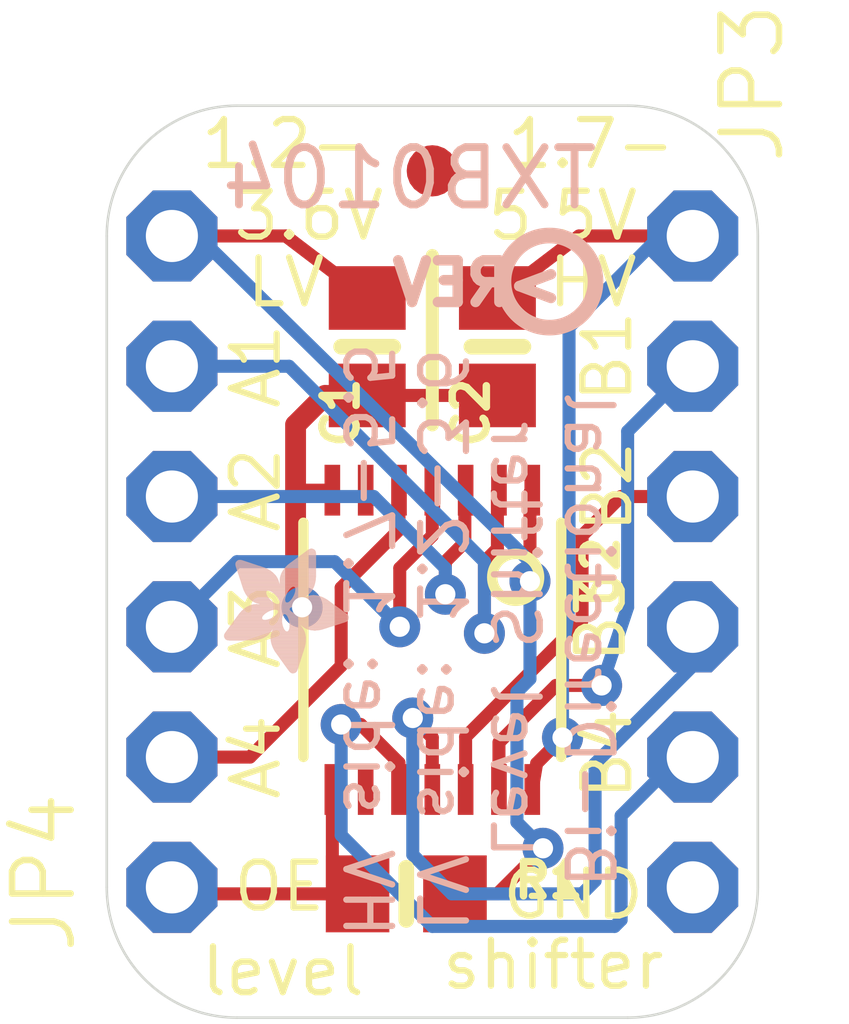
<source format=kicad_pcb>
(kicad_pcb (version 20211014) (generator pcbnew)
  (layers (0 "F.Cu" signal) (1 "In1.Cu" signal) (2 "In2.Cu" signal) (3 "In3.Cu" signal) (4 "In4.Cu" signal) (5 "In5.Cu" signal) (6 "In6.Cu" signal) (7 "In7.Cu" signal) (8 "In8.Cu" signal) (9 "In9.Cu" signal) (10 "In10.Cu" signal) (11 "In11.Cu" signal) (12 "In12.Cu" signal) (13 "In13.Cu" signal) (14 "In14.Cu" signal) (31 "B.Cu" signal) (34 "B.Paste" user) (35 "F.Paste" user) (36 "B.SilkS" user "B.Silkscreen") (37 "F.SilkS" user "F.Silkscreen") (38 "B.Mask" user) (39 "F.Mask" user) (44 "Edge.Cuts" user))
  (net 0 "")
  (net 1 "B4")
  (net 2 "B3")
  (net 3 "B2")
  (net 4 "B1")
  (net 5 "VHIGH")
  (net 6 "VLOW")
  (net 7 "A1")
  (net 8 "A2")
  (net 9 "A3")
  (net 10 "A4")
  (net 11 "OE")
  (net 12 "GND")
  (footprint "boardEagle:0805-NO" (layer "F.Cu") (at 147.9931 111.4806)
    (fp_text reference "R1" (at 2.032 0.127) (layer "F.SilkS") (effects (font (size 0.666496 0.666496) (thickness 0.146304)) (justify left bottom)))
    (fp_text value "10K")
    (pad "1" smd rect (at -0.95 0) (size 1.24 1.5) (layers "F.Cu" "F.Paste" "F.Mask") (net 11 "OE"))
    (pad "2" smd rect (at 0.95 0) (size 1.24 1.5) (layers "F.Cu" "F.Paste" "F.Mask") (net 6 "VLOW"))
  )
  (footprint "boardEagle:TSSOP14" (layer "F.Cu") (at 148.5011 106.5276 180)
    (fp_text reference "U2" (at -2.8956 2.0828 270) (layer "F.SilkS") (effects (font (size 0.666496 0.666496) (thickness 0.146304)) (justify right top)))
    (fp_text value "")
    (pad "1" smd rect (at -1.95 2.9178 180) (size 0.3048 0.9906) (layers "F.Cu" "F.Paste" "F.Mask") (net 6 "VLOW"))
    (pad "2" smd rect (at -1.3 2.9178 180) (size 0.3048 0.9906) (layers "F.Cu" "F.Paste" "F.Mask") (net 7 "A1"))
    (pad "3" smd rect (at -0.65 2.9178 180) (size 0.3048 0.9906) (layers "F.Cu" "F.Paste" "F.Mask") (net 8 "A2"))
    (pad "4" smd rect (at 0 2.9178 180) (size 0.3048 0.9906) (layers "F.Cu" "F.Paste" "F.Mask") (net 9 "A3"))
    (pad "5" smd rect (at 0.65 2.9178 180) (size 0.3048 0.9906) (layers "F.Cu" "F.Paste" "F.Mask") (net 10 "A4"))
    (pad "6" smd rect (at 1.3 2.9178 180) (size 0.3048 0.9906) (layers "F.Cu" "F.Paste" "F.Mask"))
    (pad "7" smd rect (at 1.95 2.9178 180) (size 0.3048 0.9906) (layers "F.Cu" "F.Paste" "F.Mask") (net 12 "GND"))
    (pad "8" smd rect (at 1.95 -2.9178 180) (size 0.3048 0.9906) (layers "F.Cu" "F.Paste" "F.Mask") (net 11 "OE"))
    (pad "9" smd rect (at 1.3 -2.9178 180) (size 0.3048 0.9906) (layers "F.Cu" "F.Paste" "F.Mask"))
    (pad "10" smd rect (at 0.65 -2.9178 180) (size 0.3048 0.9906) (layers "F.Cu" "F.Paste" "F.Mask") (net 1 "B4"))
    (pad "11" smd rect (at 0 -2.9178 180) (size 0.3048 0.9906) (layers "F.Cu" "F.Paste" "F.Mask") (net 2 "B3"))
    (pad "12" smd rect (at -0.65 -2.9178 180) (size 0.3048 0.9906) (layers "F.Cu" "F.Paste" "F.Mask") (net 3 "B2"))
    (pad "13" smd rect (at -1.3 -2.9178 180) (size 0.3048 0.9906) (layers "F.Cu" "F.Paste" "F.Mask") (net 4 "B1"))
    (pad "14" smd rect (at -1.95 -2.9178 180) (size 0.3048 0.9906) (layers "F.Cu" "F.Paste" "F.Mask") (net 5 "VHIGH"))
  )
  (footprint "boardEagle:0805-NO" (layer "F.Cu") (at 149.7711 100.8126 -90)
    (fp_text reference "C2" (at 2.032 0.127 -90) (layer "F.SilkS") (effects (font (size 0.666496 0.666496) (thickness 0.146304)) (justify left bottom)))
    (fp_text value "0.1uF")
    (pad "1" smd rect (at -0.95 0 270) (size 1.24 1.5) (layers "F.Cu" "F.Paste" "F.Mask") (net 5 "VHIGH"))
    (pad "2" smd rect (at 0.95 0 270) (size 1.24 1.5) (layers "F.Cu" "F.Paste" "F.Mask") (net 12 "GND"))
  )
  (footprint "boardEagle:1X06-CLEANBIG" (layer "F.Cu") (at 153.5811 105.0036 -90)
    (fp_text reference "JP3" (at -7.6962 -1.8288 -90) (layer "F.SilkS") (effects (font (size 1.143 1.143) (thickness 0.127)) (justify left bottom)))
    (fp_text value "")
    (pad "1" thru_hole roundrect (at -6.35 0) (size 1.778 1.778) (drill 1.016) (layers *.Cu *.Mask) (chamfer_ratio 0.2928932188) (chamfer top_left top_right bottom_left bottom_right) (net 5 "VHIGH"))
    (pad "2" thru_hole roundrect (at -3.81 0) (size 1.778 1.778) (drill 1.016) (layers *.Cu *.Mask) (chamfer_ratio 0.2928932188) (chamfer top_left top_right bottom_left bottom_right) (net 4 "B1"))
    (pad "3" thru_hole roundrect (at -1.27 0) (size 1.778 1.778) (drill 1.016) (layers *.Cu *.Mask) (chamfer_ratio 0.2928932188) (chamfer top_left top_right bottom_left bottom_right) (net 3 "B2"))
    (pad "4" thru_hole roundrect (at 1.27 0) (size 1.778 1.778) (drill 1.016) (layers *.Cu *.Mask) (chamfer_ratio 0.2928932188) (chamfer top_left top_right bottom_left bottom_right) (net 2 "B3"))
    (pad "5" thru_hole roundrect (at 3.81 0) (size 1.778 1.778) (drill 1.016) (layers *.Cu *.Mask) (chamfer_ratio 0.2928932188) (chamfer top_left top_right bottom_left bottom_right) (net 1 "B4"))
    (pad "6" thru_hole roundrect (at 6.35 0) (size 1.778 1.778) (drill 1.016) (layers *.Cu *.Mask) (chamfer_ratio 0.2928932188) (chamfer top_left top_right bottom_left bottom_right) (net 12 "GND"))
  )
  (footprint "boardEagle:0805-NO" (layer "F.Cu") (at 147.2311 100.8126 -90)
    (fp_text reference "C1" (at 2.032 0.127 -90) (layer "F.SilkS") (effects (font (size 0.666496 0.666496) (thickness 0.146304)) (justify left bottom)))
    (fp_text value "0.1uF")
    (pad "1" smd rect (at -0.95 0 270) (size 1.24 1.5) (layers "F.Cu" "F.Paste" "F.Mask") (net 6 "VLOW"))
    (pad "2" smd rect (at 0.95 0 270) (size 1.24 1.5) (layers "F.Cu" "F.Paste" "F.Mask") (net 12 "GND"))
  )
  (footprint "boardEagle:FIDUCIAL_1MM" (layer "F.Cu") (at 148.5011 97.3836)
    (fp_text reference "U$5" hide)
    (fp_text value "FIDUCIAL_1MM" hide)
    (pad "1" smd roundrect (at 0 0) (size 1 1) (layers "F.Cu" "F.Mask") (roundrect_rratio 0.5))
  )
  (footprint "boardEagle:1X06-CLEANBIG" (layer "F.Cu") (at 143.4211 105.0036 90)
    (fp_text reference "JP4" (at -7.6962 -1.8288 90) (layer "F.SilkS") (effects (font (size 1.143 1.143) (thickness 0.127)) (justify left bottom)))
    (fp_text value "")
    (pad "1" thru_hole roundrect (at -6.35 0 180) (size 1.778 1.778) (drill 1.016) (layers *.Cu *.Mask) (chamfer_ratio 0.2928932188) (chamfer top_left top_right bottom_left bottom_right) (net 11 "OE"))
    (pad "2" thru_hole roundrect (at -3.81 0 180) (size 1.778 1.778) (drill 1.016) (layers *.Cu *.Mask) (chamfer_ratio 0.2928932188) (chamfer top_left top_right bottom_left bottom_right) (net 10 "A4"))
    (pad "3" thru_hole roundrect (at -1.27 0 180) (size 1.778 1.778) (drill 1.016) (layers *.Cu *.Mask) (chamfer_ratio 0.2928932188) (chamfer top_left top_right bottom_left bottom_right) (net 9 "A3"))
    (pad "4" thru_hole roundrect (at 1.27 0 180) (size 1.778 1.778) (drill 1.016) (layers *.Cu *.Mask) (chamfer_ratio 0.2928932188) (chamfer top_left top_right bottom_left bottom_right) (net 8 "A2"))
    (pad "5" thru_hole roundrect (at 3.81 0 180) (size 1.778 1.778) (drill 1.016) (layers *.Cu *.Mask) (chamfer_ratio 0.2928932188) (chamfer top_left top_right bottom_left bottom_right) (net 7 "A1"))
    (pad "6" thru_hole roundrect (at 6.35 0 180) (size 1.778 1.778) (drill 1.016) (layers *.Cu *.Mask) (chamfer_ratio 0.2928932188) (chamfer top_left top_right bottom_left bottom_right) (net 6 "VLOW"))
  )
  (footprint "boardEagle:PCBFEAT-REV-040" (layer "B.Cu") (at 150.7871 99.5426 180)
    (fp_text reference "U$7" hide)
    (fp_text value "" hide)
    (fp_text user ">REV" (at -0.3556 -0.508) (layer "B.SilkS") (effects (font (size 0.8128 0.8128) (thickness 0.2032)) (justify left bottom mirror)))
  )
  (footprint "boardEagle:ADAFRUIT_2.5MM" (layer "B.Cu") (at 144.4371 104.7496)
    (fp_text reference "U$4" hide)
    (fp_text value "" hide)
  )
  (gr_line (start 148.5011 99.0346) (end 148.5011 102.3366) (layer "F.SilkS") (width 0.254))
  (gr_arc (start 152.3111 96.1136) (mid 154.107151 96.857549) (end 154.8511 98.6536) (layer "Edge.Cuts") (width 0.05))
  (gr_arc (start 144.6911 113.8936) (mid 142.895049 113.149651) (end 142.1511 111.3536) (layer "Edge.Cuts") (width 0.05))
  (gr_line (start 142.1511 98.6536) (end 142.1511 111.3536) (layer "Edge.Cuts") (width 0.05))
  (gr_line (start 152.3111 96.1136) (end 144.6911 96.1136) (layer "Edge.Cuts") (width 0.05))
  (gr_arc (start 154.8511 111.3536) (mid 154.107151 113.149651) (end 152.3111 113.8936) (layer "Edge.Cuts") (width 0.05))
  (gr_arc (start 142.1511 98.6536) (mid 142.895049 96.857549) (end 144.6911 96.1136) (layer "Edge.Cuts") (width 0.05))
  (gr_line (start 144.6911 113.8936) (end 152.3111 113.8936) (layer "Edge.Cuts") (width 0.05))
  (gr_line (start 154.8511 111.3536) (end 154.8511 98.6536) (layer "Edge.Cuts") (width 0.05))
  (gr_text "TXB0104" (at 144.3101 96.8756) (layer "B.SilkS") (effects (font (size 1.1176 1.1176) (thickness 0.1524)) (justify right top mirror)))
  (gr_text "Bi-Directional\nLevel Shifter\nLV side: 1.2-3.6\nHV side: 1.7-5.5" (at 149.3901 106.5276 -90) (layer "B.SilkS") (effects (font (size 0.89408 0.89408) (thickness 0.12192)) (justify mirror)))
  (gr_text "B3" (at 152.3111 107.0356 90) (layer "F.SilkS") (effects (font (size 0.89408 0.89408) (thickness 0.12192)) (justify left bottom)))
  (gr_text "B4" (at 152.4381 109.7026 90) (layer "F.SilkS") (effects (font (size 0.89408 0.89408) (thickness 0.12192)) (justify left bottom)))
  (gr_text "B2" (at 152.4381 104.4956 90) (layer "F.SilkS") (effects (font (size 0.89408 0.89408) (thickness 0.12192)) (justify left bottom)))
  (gr_text "A1" (at 145.5801 102.0826 90) (layer "F.SilkS") (effects (font (size 0.89408 0.89408) (thickness 0.12192)) (justify left bottom)))
  (gr_text "A3" (at 145.5801 107.1626 90) (layer "F.SilkS") (effects (font (size 0.89408 0.89408) (thickness 0.12192)) (justify left bottom)))
  (gr_text "LV" (at 146.4691 99.0346) (layer "F.SilkS") (effects (font (size 0.89408 0.89408) (thickness 0.12192)) (justify right top)))
  (gr_text "B1" (at 152.4381 101.9556 90) (layer "F.SilkS") (effects (font (size 0.89408 0.89408) (thickness 0.12192)) (justify left bottom)))
  (gr_text "A2" (at 145.5801 104.4956 90) (layer "F.SilkS") (effects (font (size 0.89408 0.89408) (thickness 0.12192)) (justify left bottom)))
  (gr_text "HV" (at 152.5651 99.0346) (layer "F.SilkS") (effects (font (size 0.89408 0.89408) (thickness 0.12192)) (justify right top)))
  (gr_text "OE" (at 144.5641 111.8616) (layer "F.SilkS") (effects (font (size 0.89408 0.89408) (thickness 0.12192)) (justify left bottom)))
  (gr_text "1.7-" (at 149.8981 97.3836) (layer "F.SilkS") (effects (font (size 0.89408 0.89408) (thickness 0.12192)) (justify left bottom)))
  (gr_text "GND" (at 152.6921 110.9726) (layer "F.SilkS") (effects (font (size 0.89408 0.89408) (thickness 0.12192)) (justify right top)))
  (gr_text "3.6V" (at 144.5641 98.7806) (layer "F.SilkS") (effects (font (size 0.89408 0.89408) (thickness 0.12192)) (justify left bottom)))
  (gr_text "A4" (at 145.5801 109.7026 90) (layer "F.SilkS") (effects (font (size 0.89408 0.89408) (thickness 0.12192)) (justify left bottom)))
  (gr_text "1.2-" (at 143.9291 97.3836) (layer "F.SilkS") (effects (font (size 0.89408 0.89408) (thickness 0.12192)) (justify left bottom)))
  (gr_text "level" (at 143.9291 113.5126) (layer "F.SilkS") (effects (font (size 0.89408 0.89408) (thickness 0.12192)) (justify left bottom)))
  (gr_text "shifter" (at 148.6281 113.3856) (layer "F.SilkS") (effects (font (size 0.89408 0.89408) (thickness 0.12192)) (justify left bottom)))
  (gr_text "5.5V" (at 149.5171 98.7806) (layer "F.SilkS") (effects (font (size 0.89408 0.89408) (thickness 0.12192)) (justify left bottom)))
  (segment (start 147.8511 109.4454) (end 147.8511 108.9256) (width 0.254) (layer "F.Cu") (net 1))
  (segment (start 147.8511 108.9256) (end 147.1041 108.1786) (width 0.254) (layer "F.Cu") (net 1))
  (segment (start 147.1041 108.1786) (end 146.7231 108.1786) (width 0.254) (layer "F.Cu") (net 1))
  (via (at 146.7231 108.1786) (size 0.8001) (drill 0.3937) (layers "F.Cu" "B.Cu") (net 1))
  (segment (start 152.1841 111.9886) (end 152.0571 112.1156) (width 0.254) (layer "B.Cu") (net 1))
  (segment (start 146.7231 110.3376) (end 146.7231 108.1786) (width 0.254) (layer "B.Cu") (net 1))
  (segment (start 152.1841 109.9566) (end 152.1841 111.9886) (width 0.254) (layer "B.Cu") (net 1))
  (segment (start 153.2001 108.9406) (end 152.1841 109.9566) (width 0.254) (layer "B.Cu") (net 1))
  (segment (start 152.0571 112.1156) (end 148.5011 112.1156) (width 0.254) (layer "B.Cu") (net 1))
  (segment (start 153.2001 108.9406) (end 153.5811 108.8136) (width 0.254) (layer "B.Cu") (net 1))
  (segment (start 148.5011 112.1156) (end 146.7231 110.3376) (width 0.254) (layer "B.Cu") (net 1))
  (segment (start 148.5011 109.4454) (end 148.5011 108.4326) (width 0.254) (layer "F.Cu") (net 2))
  (segment (start 148.5011 108.4326) (end 148.1201 108.0516) (width 0.254) (layer "F.Cu") (net 2))
  (via (at 148.1201 108.0516) (size 0.8001) (drill 0.3937) (layers "F.Cu" "B.Cu") (net 2))
  (segment (start 153.5811 107.0356) (end 153.5811 106.2736) (width 0.254) (layer "B.Cu") (net 2))
  (segment (start 151.6761 108.9406) (end 151.6761 111.2266) (width 0.254) (layer "B.Cu") (net 2))
  (segment (start 153.5811 107.0356) (end 151.6761 108.9406) (width 0.254) (layer "B.Cu") (net 2))
  (segment (start 151.6761 111.2266) (end 151.4221 111.4806) (width 0.254) (layer "B.Cu") (net 2))
  (segment (start 151.4221 111.4806) (end 148.8821 111.4806) (width 0.254) (layer "B.Cu") (net 2))
  (segment (start 148.1201 110.7186) (end 148.1201 108.0516) (width 0.254) (layer "B.Cu") (net 2))
  (segment (start 148.8821 111.4806) (end 148.1201 110.7186) (width 0.254) (layer "B.Cu") (net 2))
  (segment (start 149.1511 109.4454) (end 149.1511 108.4176) (width 0.254) (layer "F.Cu") (net 3))
  (segment (start 152.1841 103.7336) (end 153.5811 103.7336) (width 0.254) (layer "F.Cu") (net 3))
  (segment (start 151.4221 106.1466) (end 151.4221 104.4956) (width 0.254) (layer "F.Cu") (net 3))
  (segment (start 151.4221 106.1466) (end 149.1511 108.4176) (width 0.254) (layer "F.Cu") (net 3))
  (segment (start 151.4221 104.4956) (end 152.1841 103.7336) (width 0.254) (layer "F.Cu") (net 3))
  (segment (start 150.9141 107.4166) (end 151.8031 107.4166) (width 0.254) (layer "F.Cu") (net 4))
  (segment (start 149.8011 109.4454) (end 149.8011 108.5296) (width 0.254) (layer "F.Cu") (net 4))
  (segment (start 149.8011 108.5296) (end 150.9141 107.4166) (width 0.254) (layer "F.Cu") (net 4))
  (via (at 151.8031 107.4166) (size 0.8001) (drill 0.3937) (layers "F.Cu" "B.Cu") (net 4))
  (segment (start 152.3111 102.4636) (end 153.5811 101.1936) (width 0.254) (layer "B.Cu") (net 4))
  (segment (start 152.3111 105.8926) (end 152.3111 102.4636) (width 0.254) (layer "B.Cu") (net 4))
  (segment (start 151.8031 107.4166) (end 152.3111 105.8926) (width 0.254) (layer "B.Cu") (net 4))
  (segment (start 150.5363 108.9374) (end 151.0411 108.4326) (width 0.254) (layer "F.Cu") (net 5))
  (segment (start 149.7711 99.8626) (end 151.3611 98.6536) (width 0.254) (layer "F.Cu") (net 5))
  (segment (start 150.4511 109.4454) (end 150.5363 108.9374) (width 0.254) (layer "F.Cu") (net 5))
  (segment (start 151.3611 98.6536) (end 153.5811 98.6536) (width 0.254) (layer "F.Cu") (net 5))
  (via (at 151.0411 108.4326) (size 0.8001) (drill 0.3937) (layers "F.Cu" "B.Cu") (net 5))
  (segment (start 152.9461 98.6536) (end 153.5811 98.6536) (width 0.254) (layer "B.Cu") (net 5))
  (segment (start 151.0411 106.7816) (end 151.1681 105.8926) (width 0.254) (layer "B.Cu") (net 5))
  (segment (start 151.0411 108.4326) (end 151.0411 106.7816) (width 0.254) (layer "B.Cu") (net 5))
  (segment (start 151.1681 105.8926) (end 151.1681 100.4316) (width 0.254) (layer "B.Cu") (net 5))
  (segment (start 151.1681 100.4316) (end 152.9461 98.6536) (width 0.254) (layer "B.Cu") (net 5))
  (segment (start 147.2311 99.8626) (end 145.6411 98.6536) (width 0.254) (layer "F.Cu") (net 6))
  (segment (start 150.4061 105.3846) (end 150.4061 103.6548) (width 0.254) (layer "F.Cu") (net 6))
  (segment (start 149.7711 111.4806) (end 150.6601 110.5916) (width 0.254) (layer "F.Cu") (net 6))
  (segment (start 148.9431 111.4806) (end 149.7711 111.4806) (width 0.254) (layer "F.Cu") (net 6))
  (segment (start 145.6411 98.6536) (end 143.4211 98.6536) (width 0.254) (layer "F.Cu") (net 6))
  (segment (start 150.4061 103.6548) (end 150.4511 103.6098) (width 0.254) (layer "F.Cu") (net 6))
  (via (at 150.4061 105.3846) (size 0.8001) (drill 0.3937) (layers "F.Cu" "B.Cu") (net 6))
  (via (at 150.6601 110.5916) (size 0.8001) (drill 0.3937) (layers "F.Cu" "B.Cu") (net 6))
  (segment (start 150.6601 110.5916) (end 150.1521 110.0836) (width 0.254) (layer "B.Cu") (net 6))
  (segment (start 150.4061 107.2896) (end 150.4061 105.3846) (width 0.254) (layer "B.Cu") (net 6))
  (segment (start 143.9291 98.6536) (end 150.4061 105.0036) (width 0.254) (layer "B.Cu") (net 6))
  (segment (start 143.4211 98.6536) (end 143.9291 98.6536) (width 0.254) (layer "B.Cu") (net 6))
  (segment (start 150.4061 105.0036) (end 150.4061 105.3846) (width 0.254) (layer "B.Cu") (net 6))
  (segment (start 150.1521 110.0836) (end 150.1521 107.5436) (width 0.254) (layer "B.Cu") (net 6))
  (segment (start 150.1521 107.5436) (end 150.4061 107.2896) (width 0.254) (layer "B.Cu") (net 6))
  (segment (start 149.5171 105.0036) (end 149.7711 104.7496) (width 0.254) (layer "F.Cu") (net 7))
  (segment (start 149.7711 103.6398) (end 149.8011 103.6098) (width 0.254) (layer "F.Cu") (net 7))
  (segment (start 149.7711 104.7496) (end 149.7711 103.6398) (width 0.254) (layer "F.Cu") (net 7))
  (segment (start 149.5171 106.4006) (end 149.5171 105.0036) (width 0.254) (layer "F.Cu") (net 7))
  (via (at 149.5171 106.4006) (size 0.8001) (drill 0.3937) (layers "F.Cu" "B.Cu") (net 7))
  (segment (start 149.5171 105.0036) (end 149.5171 106.4006) (width 0.254) (layer "B.Cu") (net 7))
  (segment (start 145.7071 101.1936) (end 149.5171 105.0036) (width 0.254) (layer "B.Cu") (net 7))
  (segment (start 143.4211 101.1936) (end 145.7071 101.1936) (width 0.254) (layer "B.Cu") (net 7))
  (segment (start 149.1361 104.6226) (end 149.1361 103.6248) (width 0.254) (layer "F.Cu") (net 8))
  (segment (start 148.7551 105.6386) (end 148.7551 105.0036) (width 0.254) (layer "F.Cu") (net 8))
  (segment (start 149.1361 103.6248) (end 149.1511 103.6098) (width 0.254) (layer "F.Cu") (net 8))
  (segment (start 148.7551 105.0036) (end 149.1361 104.6226) (width 0.254) (layer "F.Cu") (net 8))
  (via (at 148.7551 105.6386) (size 0.8001) (drill 0.3937) (layers "F.Cu" "B.Cu") (net 8))
  (segment (start 148.7551 105.1306) (end 148.7551 105.6386) (width 0.254) (layer "B.Cu") (net 8))
  (segment (start 147.3581 103.7336) (end 148.7551 105.1306) (width 0.254) (layer "B.Cu") (net 8))
  (segment (start 143.4211 103.7336) (end 147.3581 103.7336) (width 0.254) (layer "B.Cu") (net 8))
  (segment (start 147.8661 105.1306) (end 147.8661 106.2736) (width 0.254) (layer "F.Cu") (net 9))
  (segment (start 148.5011 103.6098) (end 148.5011 104.4956) (width 0.254) (layer "F.Cu") (net 9))
  (segment (start 148.5011 104.4956) (end 147.8661 105.1306) (width 0.254) (layer "F.Cu") (net 9))
  (via (at 147.8661 106.2736) (size 0.8001) (drill 0.3937) (layers "F.Cu" "B.Cu") (net 9))
  (segment (start 147.8661 106.2736) (end 146.5961 105.0036) (width 0.254) (layer "B.Cu") (net 9))
  (segment (start 146.5961 105.0036) (end 144.6911 105.0036) (width 0.254) (layer "B.Cu") (net 9))
  (segment (start 144.6911 105.0036) (end 143.4211 106.2736) (width 0.254) (layer "B.Cu") (net 9))
  (segment (start 143.4211 108.8136) (end 144.9451 108.8136) (width 0.254) (layer "F.Cu") (net 10))
  (segment (start 144.9451 108.8136) (end 146.7231 107.0356) (width 0.254) (layer "F.Cu") (net 10))
  (segment (start 146.7231 105.5116) (end 147.8511 104.3836) (width 0.254) (layer "F.Cu") (net 10))
  (segment (start 146.7231 107.0356) (end 146.7231 105.5116) (width 0.254) (layer "F.Cu") (net 10))
  (segment (start 147.8511 104.3836) (end 147.8511 103.6098) (width 0.254) (layer "F.Cu") (net 10))
  (segment (start 146.5511 109.4454) (end 146.5511 110.8616) (width 0.254) (layer "F.Cu") (net 11))
  (segment (start 146.5511 110.8616) (end 147.0431 111.4806) (width 0.254) (layer "F.Cu") (net 11))
  (segment (start 143.5481 111.4806) (end 147.0431 111.4806) (width 0.254) (layer "F.Cu") (net 11))
  (segment (start 143.4211 111.3536) (end 143.5481 111.4806) (width 0.254) (layer "F.Cu") (net 11))
  (segment (start 145.8341 103.6098) (end 145.8341 103.6066) (width 0.254) (layer "F.Cu") (net 12))
  (segment (start 146.4081 101.7626) (end 145.8341 102.3366) (width 0.4064) (layer "F.Cu") (net 12))
  (segment (start 146.5511 103.6098) (end 145.8341 103.6098) (width 0.254) (layer "F.Cu") (net 12))
  (segment (start 149.7711 101.7626) (end 147.2311 101.7626) (width 0.254) (layer "F.Cu") (net 12))
  (segment (start 145.8341 105.7656) (end 145.9611 105.8926) (width 0.4064) (layer "F.Cu") (net 12))
  (segment (start 145.8341 103.6066) (end 145.8341 105.7656) (width 0.4064) (layer "F.Cu") (net 12))
  (segment (start 145.8341 102.3366) (end 145.8341 103.6066) (width 0.4064) (layer "F.Cu") (net 12))
  (segment (start 147.2311 101.7626) (end 146.4081 101.7626) (width 0.4064) (layer "F.Cu") (net 12))
  (via (at 145.9611 105.8926) (size 0.8001) (drill 0.3937) (layers "F.Cu" "B.Cu") (net 12))
)
</source>
